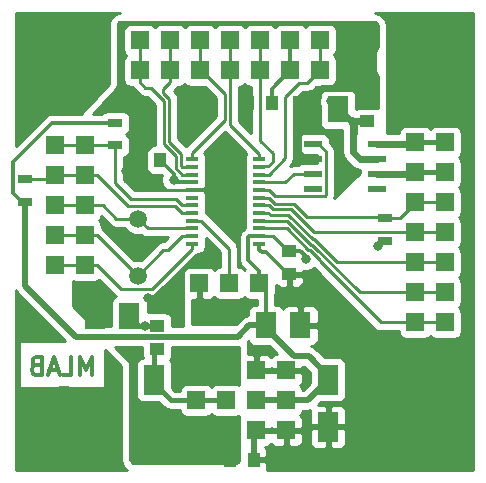
<source format=gbr>
G04 #@! TF.FileFunction,Copper,L2,Bot,Signal*
%FSLAX46Y46*%
G04 Gerber Fmt 4.6, Leading zero omitted, Abs format (unit mm)*
G04 Created by KiCad (PCBNEW (2015-05-13 BZR 5653)-product) date 7. 1. 2016 10:50:59*
%MOMM*%
G01*
G04 APERTURE LIST*
%ADD10C,0.150000*%
%ADD11C,0.300000*%
%ADD12R,1.524000X1.524000*%
%ADD13R,1.800000X2.230000*%
%ADD14R,1.250000X1.000000*%
%ADD15R,1.000000X1.250000*%
%ADD16R,1.800860X2.499360*%
%ADD17C,6.000000*%
%ADD18R,1.300000X0.700000*%
%ADD19R,1.550000X0.600000*%
%ADD20R,1.100000X0.400000*%
%ADD21C,1.501140*%
%ADD22C,0.800000*%
%ADD23C,0.500000*%
%ADD24C,0.250000*%
%ADD25C,0.400000*%
%ADD26C,0.600000*%
%ADD27C,0.254000*%
G04 APERTURE END LIST*
D10*
D11*
X127404500Y-105961571D02*
X127404500Y-104461571D01*
X126904500Y-105533000D01*
X126404500Y-104461571D01*
X126404500Y-105961571D01*
X124975928Y-105961571D02*
X125690214Y-105961571D01*
X125690214Y-104461571D01*
X124547357Y-105533000D02*
X123833071Y-105533000D01*
X124690214Y-105961571D02*
X124190214Y-104461571D01*
X123690214Y-105961571D01*
X122690214Y-105175857D02*
X122475928Y-105247286D01*
X122404500Y-105318714D01*
X122333071Y-105461571D01*
X122333071Y-105675857D01*
X122404500Y-105818714D01*
X122475928Y-105890143D01*
X122618786Y-105961571D01*
X123190214Y-105961571D01*
X123190214Y-104461571D01*
X122690214Y-104461571D01*
X122547357Y-104533000D01*
X122475928Y-104604429D01*
X122404500Y-104747286D01*
X122404500Y-104890143D01*
X122475928Y-105033000D01*
X122547357Y-105104429D01*
X122690214Y-105175857D01*
X123190214Y-105175857D01*
D12*
X134033500Y-80202000D03*
X134033500Y-77662000D03*
D13*
X145082000Y-101792000D03*
X142162000Y-101792000D03*
D14*
X144130000Y-95458000D03*
X144130000Y-97458000D03*
X150734000Y-84504000D03*
X150734000Y-82504000D03*
D15*
X133192000Y-87822000D03*
X131192000Y-87822000D03*
D16*
X147432000Y-106397020D03*
X147432000Y-110394980D03*
X132700000Y-106397020D03*
X132700000Y-110394980D03*
D12*
X143876000Y-110682000D03*
X141336000Y-110682000D03*
X143876000Y-108142000D03*
X141336000Y-108142000D03*
X143876000Y-105602000D03*
X141336000Y-105602000D03*
X157338000Y-88838000D03*
X154798000Y-88838000D03*
X157338000Y-86298000D03*
X154798000Y-86298000D03*
X131493500Y-80202000D03*
X131493500Y-77662000D03*
X136573500Y-80202000D03*
X136573500Y-77662000D03*
X139113500Y-77662000D03*
X139113500Y-80202000D03*
X146748500Y-77660500D03*
X146748500Y-80200500D03*
X141653500Y-77662000D03*
X141653500Y-80202000D03*
X136510000Y-98236000D03*
X139050000Y-98236000D03*
X141590000Y-98236000D03*
X126858000Y-86552000D03*
X124318000Y-86552000D03*
X126858000Y-89092000D03*
X124318000Y-89092000D03*
X157338000Y-96458000D03*
X154798000Y-96458000D03*
X157338000Y-93918000D03*
X154798000Y-93918000D03*
X126858000Y-96712000D03*
X124318000Y-96712000D03*
X157338000Y-101538000D03*
X154798000Y-101538000D03*
X157338000Y-98998000D03*
X154798000Y-98998000D03*
X157338000Y-91378000D03*
X154798000Y-91378000D03*
X136256000Y-105602000D03*
X138796000Y-105602000D03*
X136256000Y-108142000D03*
X138796000Y-108142000D03*
X136256000Y-110682000D03*
X138796000Y-110682000D03*
X126858000Y-94172000D03*
X124318000Y-94172000D03*
X126858000Y-91632000D03*
X124318000Y-91632000D03*
D15*
X139144500Y-113157000D03*
X141144500Y-113157000D03*
D14*
X132954000Y-101808000D03*
X132954000Y-103808000D03*
D17*
X155560000Y-79440000D03*
X155560000Y-109920000D03*
X125080000Y-79440000D03*
X125080000Y-109920000D03*
D18*
X129398000Y-84652000D03*
X129398000Y-86552000D03*
X121778000Y-91312000D03*
X121778000Y-89412000D03*
X152258000Y-94614000D03*
X152258000Y-92714000D03*
D19*
X146129000Y-90235000D03*
X146129000Y-88965000D03*
X146129000Y-87695000D03*
X146129000Y-86425000D03*
X151529000Y-86425000D03*
X151529000Y-87695000D03*
X151529000Y-88965000D03*
X151529000Y-90235000D03*
D20*
X135885001Y-94881534D03*
X135885001Y-94231534D03*
X135885001Y-93581534D03*
X135885001Y-92931534D03*
X135885001Y-92281534D03*
X135885001Y-91631534D03*
X135885001Y-90981534D03*
X135885001Y-90331534D03*
X135885001Y-89681534D03*
X135885001Y-89031534D03*
X135885001Y-88381534D03*
X135885001Y-87731534D03*
X141585001Y-87731534D03*
X141585001Y-88381534D03*
X141585001Y-89031534D03*
X141585001Y-89681534D03*
X141585001Y-90331534D03*
X141585001Y-90981534D03*
X141585001Y-91631534D03*
X141585001Y-92281534D03*
X141585001Y-92931534D03*
X141585001Y-93581534D03*
X141585001Y-94231534D03*
X141585001Y-94881534D03*
D21*
X131303000Y-92747060D03*
X131303000Y-97628940D03*
D13*
X145337000Y-83504000D03*
X148257000Y-83504000D03*
X127684000Y-101030000D03*
X130604000Y-101030000D03*
D15*
X142668500Y-82931000D03*
X140668500Y-82931000D03*
D12*
X144208500Y-80200500D03*
X144208500Y-77660500D03*
X149288500Y-80200500D03*
X149288500Y-77660500D03*
D22*
X122047000Y-101282500D03*
X151623000Y-95061000D03*
X145542000Y-96139000D03*
X131886691Y-101808000D03*
X134351000Y-89472972D03*
X149542502Y-84582000D03*
X147701000Y-82804000D03*
X138033998Y-89600000D03*
X145337000Y-83504000D03*
X138669000Y-86298000D03*
X139431000Y-93029000D03*
X140447000Y-82869000D03*
X150431500Y-82550000D03*
X130287000Y-88711000D03*
X132700000Y-110394980D03*
X127684000Y-101030000D03*
X128333500Y-98933000D03*
X130873500Y-104219500D03*
X130937000Y-94996000D03*
X132207000Y-99504500D03*
X132334000Y-89789000D03*
X135826500Y-82931000D03*
X137731500Y-95885000D03*
D11*
X141585001Y-94881534D02*
X141585001Y-95381534D01*
X142166228Y-95619228D02*
X141822695Y-95619228D01*
X144005000Y-97458000D02*
X142166228Y-95619228D01*
X144130000Y-97458000D02*
X144005000Y-97458000D01*
X141585001Y-95381534D02*
X141822695Y-95619228D01*
D23*
X141144500Y-110873500D02*
X141336000Y-110682000D01*
X141144500Y-113157000D02*
X141144500Y-110873500D01*
D24*
X141590000Y-98236000D02*
X141590000Y-97224000D01*
D11*
X142162000Y-98808000D02*
X141590000Y-98236000D01*
X142162000Y-101792000D02*
X142162000Y-98808000D01*
D24*
X142385001Y-94231534D02*
X141585001Y-94231534D01*
X144005000Y-95458000D02*
X142778534Y-94231534D01*
X144130000Y-95458000D02*
X144005000Y-95458000D01*
X142778534Y-94231534D02*
X142385001Y-94231534D01*
D11*
X121478000Y-91312000D02*
X121778000Y-91312000D01*
X120777999Y-90611999D02*
X121478000Y-91312000D01*
X120777999Y-87937999D02*
X120777999Y-90611999D01*
X124063998Y-84652000D02*
X120777999Y-87937999D01*
X129398000Y-84652000D02*
X124063998Y-84652000D01*
X141590000Y-97174000D02*
X141590000Y-98236000D01*
X140685000Y-96269000D02*
X141590000Y-97174000D01*
X140685000Y-94281535D02*
X140685000Y-96269000D01*
X140735001Y-94231534D02*
X140685000Y-94281535D01*
X141585001Y-94231534D02*
X140735001Y-94231534D01*
D23*
X141336000Y-108142000D02*
X143876000Y-108142000D01*
X145687020Y-108142000D02*
X147432000Y-106397020D01*
X143876000Y-108142000D02*
X145687020Y-108142000D01*
X142162000Y-102007000D02*
X142162000Y-101792000D01*
X144544999Y-104389999D02*
X142162000Y-102007000D01*
X145774229Y-104389999D02*
X144544999Y-104389999D01*
X147432000Y-106047770D02*
X145774229Y-104389999D01*
X147432000Y-106397020D02*
X147432000Y-106047770D01*
X121778000Y-98490000D02*
X121778000Y-92162000D01*
X126046001Y-102758001D02*
X121778000Y-98490000D01*
X121778000Y-92162000D02*
X121778000Y-91312000D01*
X139795999Y-102758001D02*
X126046001Y-102758001D01*
X140762000Y-101792000D02*
X139795999Y-102758001D01*
X142162000Y-101792000D02*
X140762000Y-101792000D01*
D11*
X151811000Y-95061000D02*
X152258000Y-94614000D01*
X151623000Y-95061000D02*
X151811000Y-95061000D01*
X144130000Y-95458000D02*
X145055000Y-95458000D01*
X145542000Y-95945000D02*
X145542000Y-96139000D01*
X145055000Y-95458000D02*
X145542000Y-95945000D01*
D24*
X133192000Y-87947000D02*
X133192000Y-87822000D01*
X135885001Y-89681534D02*
X134926534Y-89681534D01*
D25*
X131382000Y-101808000D02*
X130604000Y-101030000D01*
X132954000Y-101808000D02*
X131886691Y-101808000D01*
X131886691Y-101808000D02*
X131382000Y-101808000D01*
D11*
X134351000Y-88981000D02*
X133192000Y-87822000D01*
X134351000Y-89472972D02*
X134351000Y-88981000D01*
X134559562Y-89681534D02*
X135885001Y-89681534D01*
X134351000Y-89472972D02*
X134559562Y-89681534D01*
D26*
X150609000Y-84504000D02*
X150734000Y-84504000D01*
D11*
X142668500Y-81740500D02*
X144208500Y-80200500D01*
X142668500Y-82931000D02*
X142668500Y-81740500D01*
X144208500Y-80200500D02*
X144208500Y-77660500D01*
D26*
X149542502Y-85147685D02*
X149542502Y-84582000D01*
X150154000Y-87695000D02*
X149542502Y-87083502D01*
X151529000Y-87695000D02*
X150154000Y-87695000D01*
X149542502Y-87083502D02*
X149542502Y-85147685D01*
X148672499Y-83838999D02*
X148354999Y-83521499D01*
X148257000Y-83719000D02*
X148354999Y-83621001D01*
X149591000Y-84757500D02*
X148672499Y-83838999D01*
X148354999Y-83621001D02*
X148354999Y-83521499D01*
X150734000Y-84504000D02*
X149337500Y-84504000D01*
X149591000Y-85536000D02*
X149591000Y-84757500D01*
X149337500Y-84504000D02*
X148672499Y-83838999D01*
X148354999Y-83457999D02*
X148100999Y-83203999D01*
X148354999Y-83521499D02*
X148354999Y-83457999D01*
X148100999Y-83203999D02*
X147701000Y-82804000D01*
D11*
X137633999Y-89999999D02*
X138033998Y-89600000D01*
X135885001Y-90331534D02*
X137302464Y-90331534D01*
X137302464Y-90331534D02*
X137633999Y-89999999D01*
D26*
X145423998Y-87695000D02*
X146129000Y-87695000D01*
X144853999Y-87125001D02*
X145423998Y-87695000D01*
X144853999Y-85702001D02*
X144853999Y-87125001D01*
X145337000Y-85219000D02*
X144853999Y-85702001D01*
X145337000Y-83504000D02*
X145337000Y-85219000D01*
D11*
X138033998Y-86933002D02*
X138669000Y-86298000D01*
X138033998Y-89600000D02*
X138033998Y-86933002D01*
X138033998Y-89600000D02*
X138033998Y-91631998D01*
X138033998Y-91631998D02*
X139031001Y-92629001D01*
X139031001Y-92629001D02*
X139431000Y-93029000D01*
D26*
X150734000Y-82504000D02*
X150477500Y-82504000D01*
X150477500Y-82504000D02*
X150431500Y-82550000D01*
X130287000Y-88711000D02*
X131176000Y-88711000D01*
X131176000Y-87838000D02*
X131192000Y-87822000D01*
X131176000Y-88711000D02*
X131176000Y-87838000D01*
D23*
X127684000Y-101030000D02*
X127684000Y-99415000D01*
X127684000Y-99415000D02*
X128166000Y-98933000D01*
X128166000Y-98933000D02*
X128333500Y-98933000D01*
X138796000Y-112808500D02*
X139144500Y-113157000D01*
X138796000Y-110682000D02*
X138796000Y-112808500D01*
D26*
X131176000Y-89838000D02*
X131192000Y-89854000D01*
X131176000Y-88711000D02*
X131176000Y-89838000D01*
D23*
X130873500Y-108219230D02*
X130873500Y-104219500D01*
X132700000Y-110045730D02*
X130873500Y-108219230D01*
X132700000Y-110394980D02*
X132700000Y-110045730D01*
X130937000Y-94996000D02*
X130937000Y-95377000D01*
D24*
X135885001Y-90331534D02*
X132876534Y-90331534D01*
X132876534Y-90331534D02*
X132733999Y-90188999D01*
X132733999Y-90188999D02*
X132334000Y-89789000D01*
D26*
X149594998Y-81713498D02*
X150031501Y-82150001D01*
X150031501Y-82150001D02*
X150431500Y-82550000D01*
X146912502Y-81713498D02*
X149594998Y-81713498D01*
X145337000Y-83289000D02*
X146912502Y-81713498D01*
X145337000Y-83504000D02*
X145337000Y-83289000D01*
D23*
X132772685Y-99504500D02*
X136392185Y-95885000D01*
X132207000Y-99504500D02*
X132772685Y-99504500D01*
X136392185Y-95885000D02*
X137165815Y-95885000D01*
X137165815Y-95885000D02*
X137731500Y-95885000D01*
D25*
X154798000Y-88838000D02*
X157338000Y-88838000D01*
D26*
X154671000Y-88965000D02*
X154798000Y-88838000D01*
X151529000Y-88965000D02*
X154671000Y-88965000D01*
D25*
X154798000Y-86298000D02*
X157338000Y-86298000D01*
D26*
X154671000Y-86425000D02*
X154798000Y-86298000D01*
X151529000Y-86425000D02*
X154671000Y-86425000D01*
D24*
X131493500Y-79190000D02*
X131493500Y-77662000D01*
X131493500Y-80202000D02*
X131493500Y-79190000D01*
X135085001Y-89031534D02*
X135885001Y-89031534D01*
X134559991Y-87479989D02*
X134559991Y-88506524D01*
X134559991Y-88506524D02*
X135085001Y-89031534D01*
X133540500Y-86460498D02*
X134559991Y-87479989D01*
X133540500Y-82804000D02*
X133540500Y-86460498D01*
X132397500Y-81661000D02*
X133540500Y-82804000D01*
X131940500Y-81661000D02*
X132397500Y-81661000D01*
X131493500Y-81214000D02*
X131940500Y-81661000D01*
X131493500Y-80202000D02*
X131493500Y-81214000D01*
X135085001Y-88381534D02*
X135885001Y-88381534D01*
X135010000Y-88306533D02*
X135085001Y-88381534D01*
X135010000Y-87293588D02*
X135010000Y-88306533D01*
X133990510Y-86274098D02*
X135010000Y-87293588D01*
X133990510Y-82617600D02*
X133990510Y-86274098D01*
X133477000Y-82104090D02*
X133990510Y-82617600D01*
X133477000Y-81770500D02*
X133477000Y-82104090D01*
X134033500Y-81214000D02*
X133477000Y-81770500D01*
X134033500Y-80202000D02*
X134033500Y-81214000D01*
X134033500Y-79190000D02*
X134033500Y-77662000D01*
X134033500Y-80202000D02*
X134033500Y-79190000D01*
X136827500Y-80456000D02*
X136573500Y-80202000D01*
X136573500Y-80202000D02*
X136573500Y-80249000D01*
X135885001Y-87176999D02*
X135885001Y-87731534D01*
X138669000Y-84393000D02*
X135885001Y-87176999D01*
X136653500Y-80202000D02*
X138669000Y-82217500D01*
X138669000Y-82217500D02*
X138669000Y-84393000D01*
X136573500Y-80202000D02*
X136653500Y-80202000D01*
X136573500Y-80202000D02*
X136573500Y-77662000D01*
X141585001Y-87281534D02*
X141585001Y-87731534D01*
X139128500Y-84825033D02*
X141585001Y-87281534D01*
X139128500Y-81229000D02*
X139128500Y-84825033D01*
X139113500Y-81214000D02*
X139128500Y-81229000D01*
X139113500Y-80202000D02*
X139113500Y-81214000D01*
X139113500Y-79190000D02*
X139113500Y-77662000D01*
X139113500Y-80202000D02*
X139113500Y-79190000D01*
X145661499Y-81287501D02*
X146748500Y-80200500D01*
X143764000Y-82476998D02*
X144953497Y-81287501D01*
X143764000Y-87652535D02*
X143764000Y-82476998D01*
X142385001Y-89031534D02*
X143764000Y-87652535D01*
X144953497Y-81287501D02*
X145661499Y-81287501D01*
X141585001Y-89031534D02*
X142385001Y-89031534D01*
X146748500Y-79188500D02*
X146748500Y-77660500D01*
X146748500Y-80200500D02*
X146748500Y-79188500D01*
X141160011Y-88381534D02*
X141160011Y-88306544D01*
X141585001Y-88381534D02*
X141160011Y-88381534D01*
X142344993Y-88306544D02*
X142733000Y-87918537D01*
X141160011Y-88306544D02*
X142344993Y-88306544D01*
X141653500Y-78674000D02*
X141653500Y-80202000D01*
X141653500Y-77662000D02*
X141653500Y-78674000D01*
X141653500Y-80202000D02*
X141653500Y-86154500D01*
X142733000Y-87234000D02*
X142733000Y-87918537D01*
X141653500Y-86154500D02*
X142733000Y-87234000D01*
X139050000Y-97224000D02*
X139050000Y-98236000D01*
X139050000Y-95296533D02*
X139050000Y-97224000D01*
X136685001Y-92931534D02*
X139050000Y-95296533D01*
X135885001Y-92931534D02*
X136685001Y-92931534D01*
X128498000Y-86552000D02*
X126858000Y-86552000D01*
X129398000Y-86552000D02*
X128498000Y-86552000D01*
X126858000Y-86552000D02*
X124318000Y-86552000D01*
X129398000Y-87152000D02*
X129398000Y-86552000D01*
X129398000Y-89770002D02*
X129398000Y-87152000D01*
X134577467Y-91124000D02*
X130751998Y-91124000D01*
X135085001Y-91631534D02*
X134577467Y-91124000D01*
X130751998Y-91124000D02*
X129398000Y-89770002D01*
X135885001Y-91631534D02*
X135085001Y-91631534D01*
X135085001Y-92281534D02*
X135885001Y-92281534D01*
X130449489Y-91671489D02*
X134474956Y-91671489D01*
X127870000Y-89092000D02*
X130449489Y-91671489D01*
X134474956Y-91671489D02*
X135085001Y-92281534D01*
X126858000Y-89092000D02*
X127870000Y-89092000D01*
X123998000Y-89412000D02*
X124318000Y-89092000D01*
X121778000Y-89412000D02*
X123998000Y-89412000D01*
X125330000Y-89092000D02*
X126858000Y-89092000D01*
X124318000Y-89092000D02*
X125330000Y-89092000D01*
X155810000Y-96458000D02*
X157338000Y-96458000D01*
X154798000Y-96458000D02*
X155810000Y-96458000D01*
X142385001Y-92281534D02*
X142508489Y-92405022D01*
X148206824Y-96458000D02*
X153786000Y-96458000D01*
X144059846Y-92405022D02*
X146168801Y-94513977D01*
X146262801Y-94513977D02*
X148206824Y-96458000D01*
X142508489Y-92405022D02*
X144059846Y-92405022D01*
X141585001Y-92281534D02*
X142385001Y-92281534D01*
X146168801Y-94513977D02*
X146262801Y-94513977D01*
X153786000Y-96458000D02*
X154798000Y-96458000D01*
X157338000Y-93918000D02*
X154798000Y-93918000D01*
X153756999Y-93888999D02*
X153786000Y-93918000D01*
X153786000Y-93918000D02*
X154798000Y-93918000D01*
X142398590Y-91631534D02*
X142722067Y-91955011D01*
X141585001Y-91631534D02*
X142398590Y-91631534D01*
X142722067Y-91955011D02*
X144269007Y-91955011D01*
X146231996Y-93918000D02*
X151880998Y-93918000D01*
X144269007Y-91955011D02*
X146231996Y-93918000D01*
X151880998Y-93918000D02*
X151909999Y-93888999D01*
X151909999Y-93888999D02*
X153756999Y-93888999D01*
X135885001Y-95331534D02*
X135885001Y-94881534D01*
X129862511Y-98704511D02*
X132512024Y-98704511D01*
X132512024Y-98704511D02*
X135885001Y-95331534D01*
X127870000Y-96712000D02*
X129862511Y-98704511D01*
X126858000Y-96712000D02*
X127870000Y-96712000D01*
X126858000Y-96712000D02*
X124318000Y-96712000D01*
X155810000Y-101538000D02*
X157338000Y-101538000D01*
X154798000Y-101538000D02*
X155810000Y-101538000D01*
X143919123Y-93581534D02*
X145751588Y-95413999D01*
X151875589Y-101538000D02*
X153786000Y-101538000D01*
X146711501Y-96235499D02*
X146711501Y-96373912D01*
X146711501Y-96373912D02*
X151875589Y-101538000D01*
X145890001Y-95413999D02*
X146711501Y-96235499D01*
X153786000Y-101538000D02*
X154798000Y-101538000D01*
X141585001Y-93581534D02*
X143919123Y-93581534D01*
X145751588Y-95413999D02*
X145890001Y-95413999D01*
X157338000Y-98998000D02*
X154798000Y-98998000D01*
X145937988Y-94963988D02*
X143905534Y-92931534D01*
X154798000Y-98998000D02*
X150110413Y-98998000D01*
X143905534Y-92931534D02*
X142385001Y-92931534D01*
X150110413Y-98998000D02*
X146076401Y-94963988D01*
X146076401Y-94963988D02*
X145937988Y-94963988D01*
X142385001Y-92931534D02*
X141585001Y-92931534D01*
X155810000Y-91378000D02*
X157338000Y-91378000D01*
X154798000Y-91378000D02*
X155810000Y-91378000D01*
X142385001Y-90981534D02*
X141585001Y-90981534D01*
X142908467Y-91505000D02*
X142385001Y-90981534D01*
X144511000Y-91505000D02*
X142908467Y-91505000D01*
X145654000Y-92648000D02*
X144511000Y-91505000D01*
X152512000Y-92648000D02*
X145654000Y-92648000D01*
X154798000Y-91378000D02*
X154798000Y-91391500D01*
X153475500Y-92714000D02*
X152258000Y-92714000D01*
X154798000Y-91391500D02*
X153475500Y-92714000D01*
X135885001Y-94231534D02*
X135085001Y-94231534D01*
X135085001Y-94231534D02*
X133874535Y-95442000D01*
X133489940Y-95442000D02*
X131303000Y-97628940D01*
X133874535Y-95442000D02*
X133489940Y-95442000D01*
X127846060Y-94172000D02*
X126858000Y-94172000D01*
X131303000Y-97628940D02*
X127846060Y-94172000D01*
X125330000Y-94172000D02*
X126858000Y-94172000D01*
X124318000Y-94172000D02*
X125330000Y-94172000D01*
X132137474Y-93581534D02*
X131303000Y-92747060D01*
X135885001Y-93581534D02*
X132137474Y-93581534D01*
X131303000Y-92747060D02*
X129497060Y-92747060D01*
X128382000Y-91632000D02*
X126858000Y-91632000D01*
X129497060Y-92747060D02*
X128382000Y-91632000D01*
X125846000Y-91632000D02*
X124318000Y-91632000D01*
X126858000Y-91632000D02*
X125846000Y-91632000D01*
X143794466Y-89681534D02*
X141585001Y-89681534D01*
X144511000Y-88965000D02*
X146129000Y-88965000D01*
X143794466Y-89681534D02*
X144511000Y-88965000D01*
X142385001Y-90331534D02*
X142913468Y-90860001D01*
X141585001Y-90331534D02*
X142385001Y-90331534D01*
X146604000Y-86425000D02*
X146129000Y-86425000D01*
X147229001Y-87050001D02*
X146604000Y-86425000D01*
X147229001Y-90795001D02*
X147229001Y-87050001D01*
X147164001Y-90860001D02*
X147229001Y-90795001D01*
X142913468Y-90860001D02*
X147164001Y-90860001D01*
D25*
X138796000Y-108142000D02*
X136256000Y-108142000D01*
X132700000Y-106746270D02*
X132700000Y-106397020D01*
X134095730Y-108142000D02*
X132700000Y-106746270D01*
X136256000Y-108142000D02*
X134095730Y-108142000D01*
X132700000Y-104062000D02*
X132954000Y-103808000D01*
X132700000Y-106397020D02*
X132700000Y-104062000D01*
D27*
G36*
X129799885Y-75324000D02*
X129623017Y-75351912D01*
X129304148Y-75514239D01*
X129051094Y-75767210D01*
X128888664Y-76086030D01*
X128840683Y-76389438D01*
X128842347Y-81303916D01*
X128841192Y-81310024D01*
X128837882Y-81315287D01*
X126467026Y-83867000D01*
X124063998Y-83867000D01*
X123763591Y-83926755D01*
X123508919Y-84096921D01*
X120964000Y-86641840D01*
X120964000Y-75324000D01*
X129799885Y-75324000D01*
X129799885Y-75324000D01*
G37*
X129799885Y-75324000D02*
X129623017Y-75351912D01*
X129304148Y-75514239D01*
X129051094Y-75767210D01*
X128888664Y-76086030D01*
X128840683Y-76389438D01*
X128842347Y-81303916D01*
X128841192Y-81310024D01*
X128837882Y-81315287D01*
X126467026Y-83867000D01*
X124063998Y-83867000D01*
X123763591Y-83926755D01*
X123508919Y-84096921D01*
X120964000Y-86641840D01*
X120964000Y-75324000D01*
X129799885Y-75324000D01*
G36*
X130428924Y-114036000D02*
X120964000Y-114036000D01*
X120964000Y-98834112D01*
X121152210Y-99115790D01*
X125184420Y-103148000D01*
X121262357Y-103148000D01*
X121262357Y-107118000D01*
X128546643Y-107118000D01*
X128546643Y-103894773D01*
X129921000Y-105233433D01*
X129921000Y-113164042D01*
X129995903Y-113540608D01*
X130244638Y-113912862D01*
X130428924Y-114036000D01*
X130428924Y-114036000D01*
G37*
X130428924Y-114036000D02*
X120964000Y-114036000D01*
X120964000Y-98834112D01*
X121152210Y-99115790D01*
X125184420Y-103148000D01*
X121262357Y-103148000D01*
X121262357Y-107118000D01*
X128546643Y-107118000D01*
X128546643Y-103894773D01*
X129921000Y-105233433D01*
X129921000Y-113164042D01*
X129995903Y-113540608D01*
X130244638Y-113912862D01*
X130428924Y-114036000D01*
G36*
X141377000Y-100029560D02*
X141262000Y-100029560D01*
X141019877Y-100076537D01*
X140807073Y-100216327D01*
X140664623Y-100427360D01*
X140614560Y-100677000D01*
X140614560Y-100936327D01*
X140479515Y-100963189D01*
X140423325Y-100974367D01*
X140136210Y-101166210D01*
X140136207Y-101166213D01*
X139629151Y-101673268D01*
X139580042Y-101663500D01*
X135890000Y-101663500D01*
X135890000Y-99633000D01*
X136224250Y-99633000D01*
X136383000Y-99474250D01*
X136383000Y-98363000D01*
X136363000Y-98363000D01*
X136363000Y-98109000D01*
X136383000Y-98109000D01*
X136383000Y-98089000D01*
X136637000Y-98089000D01*
X136637000Y-98109000D01*
X136657000Y-98109000D01*
X136657000Y-98363000D01*
X136637000Y-98363000D01*
X136637000Y-99474250D01*
X136795750Y-99633000D01*
X137145691Y-99633000D01*
X137398310Y-99633000D01*
X137631699Y-99536327D01*
X137782832Y-99385192D01*
X137827327Y-99452927D01*
X138038360Y-99595377D01*
X138288000Y-99645440D01*
X139812000Y-99645440D01*
X140054123Y-99598463D01*
X140266927Y-99458673D01*
X140319722Y-99380458D01*
X140367327Y-99452927D01*
X140578360Y-99595377D01*
X140828000Y-99645440D01*
X141377000Y-99645440D01*
X141377000Y-100029560D01*
X141377000Y-100029560D01*
G37*
X141377000Y-100029560D02*
X141262000Y-100029560D01*
X141019877Y-100076537D01*
X140807073Y-100216327D01*
X140664623Y-100427360D01*
X140614560Y-100677000D01*
X140614560Y-100936327D01*
X140479515Y-100963189D01*
X140423325Y-100974367D01*
X140136210Y-101166210D01*
X140136207Y-101166213D01*
X139629151Y-101673268D01*
X139580042Y-101663500D01*
X135890000Y-101663500D01*
X135890000Y-99633000D01*
X136224250Y-99633000D01*
X136383000Y-99474250D01*
X136383000Y-98363000D01*
X136363000Y-98363000D01*
X136363000Y-98109000D01*
X136383000Y-98109000D01*
X136383000Y-98089000D01*
X136637000Y-98089000D01*
X136637000Y-98109000D01*
X136657000Y-98109000D01*
X136657000Y-98363000D01*
X136637000Y-98363000D01*
X136637000Y-99474250D01*
X136795750Y-99633000D01*
X137145691Y-99633000D01*
X137398310Y-99633000D01*
X137631699Y-99536327D01*
X137782832Y-99385192D01*
X137827327Y-99452927D01*
X138038360Y-99595377D01*
X138288000Y-99645440D01*
X139812000Y-99645440D01*
X140054123Y-99598463D01*
X140266927Y-99458673D01*
X140319722Y-99380458D01*
X140367327Y-99452927D01*
X140578360Y-99595377D01*
X140828000Y-99645440D01*
X141377000Y-99645440D01*
X141377000Y-100029560D01*
G36*
X145884130Y-106693310D02*
X145320440Y-107257000D01*
X145261575Y-107257000D01*
X145238463Y-107137877D01*
X145098673Y-106925073D01*
X145024810Y-106875214D01*
X145176327Y-106723699D01*
X145273000Y-106490310D01*
X145273000Y-106237691D01*
X145273000Y-105887750D01*
X145114250Y-105729000D01*
X144003000Y-105729000D01*
X144003000Y-105749000D01*
X143749000Y-105749000D01*
X143749000Y-105729000D01*
X142637750Y-105729000D01*
X142606000Y-105760750D01*
X142574250Y-105729000D01*
X141463000Y-105729000D01*
X141463000Y-105749000D01*
X141209000Y-105749000D01*
X141209000Y-105729000D01*
X141189000Y-105729000D01*
X141189000Y-105475000D01*
X141209000Y-105475000D01*
X141209000Y-104363750D01*
X141050250Y-104205000D01*
X140652500Y-104205000D01*
X140652500Y-103153079D01*
X140660711Y-103144868D01*
X140661537Y-103149123D01*
X140801327Y-103361927D01*
X141012360Y-103504377D01*
X141262000Y-103554440D01*
X142457860Y-103554440D01*
X143108420Y-104205000D01*
X142987691Y-104205000D01*
X142754302Y-104301673D01*
X142606000Y-104449974D01*
X142457698Y-104301673D01*
X142224309Y-104205000D01*
X141621750Y-104205000D01*
X141463000Y-104363750D01*
X141463000Y-105475000D01*
X142574250Y-105475000D01*
X142606000Y-105443250D01*
X142637750Y-105475000D01*
X143749000Y-105475000D01*
X143749000Y-105455000D01*
X144003000Y-105455000D01*
X144003000Y-105475000D01*
X145114250Y-105475000D01*
X145273000Y-105316250D01*
X145273000Y-105274999D01*
X145407649Y-105274999D01*
X145884130Y-105751479D01*
X145884130Y-106693310D01*
X145884130Y-106693310D01*
G37*
X145884130Y-106693310D02*
X145320440Y-107257000D01*
X145261575Y-107257000D01*
X145238463Y-107137877D01*
X145098673Y-106925073D01*
X145024810Y-106875214D01*
X145176327Y-106723699D01*
X145273000Y-106490310D01*
X145273000Y-106237691D01*
X145273000Y-105887750D01*
X145114250Y-105729000D01*
X144003000Y-105729000D01*
X144003000Y-105749000D01*
X143749000Y-105749000D01*
X143749000Y-105729000D01*
X142637750Y-105729000D01*
X142606000Y-105760750D01*
X142574250Y-105729000D01*
X141463000Y-105729000D01*
X141463000Y-105749000D01*
X141209000Y-105749000D01*
X141209000Y-105729000D01*
X141189000Y-105729000D01*
X141189000Y-105475000D01*
X141209000Y-105475000D01*
X141209000Y-104363750D01*
X141050250Y-104205000D01*
X140652500Y-104205000D01*
X140652500Y-103153079D01*
X140660711Y-103144868D01*
X140661537Y-103149123D01*
X140801327Y-103361927D01*
X141012360Y-103504377D01*
X141262000Y-103554440D01*
X142457860Y-103554440D01*
X143108420Y-104205000D01*
X142987691Y-104205000D01*
X142754302Y-104301673D01*
X142606000Y-104449974D01*
X142457698Y-104301673D01*
X142224309Y-104205000D01*
X141621750Y-104205000D01*
X141463000Y-104363750D01*
X141463000Y-105475000D01*
X142574250Y-105475000D01*
X142606000Y-105443250D01*
X142637750Y-105475000D01*
X143749000Y-105475000D01*
X143749000Y-105455000D01*
X144003000Y-105455000D01*
X144003000Y-105475000D01*
X145114250Y-105475000D01*
X145273000Y-105316250D01*
X145273000Y-105274999D01*
X145407649Y-105274999D01*
X145884130Y-105751479D01*
X145884130Y-106693310D01*
G36*
X159676000Y-114036000D02*
X148967430Y-114036000D01*
X148967430Y-111770969D01*
X148967430Y-110680730D01*
X148967430Y-110109230D01*
X148967430Y-109018991D01*
X148870757Y-108785602D01*
X148692129Y-108606973D01*
X148458740Y-108510300D01*
X148206121Y-108510300D01*
X147717750Y-108510300D01*
X147559000Y-108669050D01*
X147559000Y-110267980D01*
X148808680Y-110267980D01*
X148967430Y-110109230D01*
X148967430Y-110680730D01*
X148808680Y-110521980D01*
X147559000Y-110521980D01*
X147559000Y-112120910D01*
X147717750Y-112279660D01*
X148206121Y-112279660D01*
X148458740Y-112279660D01*
X148692129Y-112182987D01*
X148870757Y-112004358D01*
X148967430Y-111770969D01*
X148967430Y-114036000D01*
X147305000Y-114036000D01*
X147305000Y-112120910D01*
X147305000Y-110521980D01*
X146055320Y-110521980D01*
X145896570Y-110680730D01*
X145896570Y-111770969D01*
X145993243Y-112004358D01*
X146171871Y-112182987D01*
X146405260Y-112279660D01*
X146657879Y-112279660D01*
X147146250Y-112279660D01*
X147305000Y-112120910D01*
X147305000Y-114036000D01*
X145273000Y-114036000D01*
X145273000Y-111570310D01*
X145273000Y-111317691D01*
X145273000Y-110967750D01*
X145114250Y-110809000D01*
X144003000Y-110809000D01*
X144003000Y-111920250D01*
X144161750Y-112079000D01*
X144764309Y-112079000D01*
X144997698Y-111982327D01*
X145176327Y-111803699D01*
X145273000Y-111570310D01*
X145273000Y-114036000D01*
X143749000Y-114036000D01*
X142226609Y-114036000D01*
X142279500Y-113908310D01*
X142279500Y-113655691D01*
X142279500Y-113442750D01*
X142120750Y-113284000D01*
X141271500Y-113284000D01*
X141271500Y-113304000D01*
X141017500Y-113304000D01*
X141017500Y-113284000D01*
X140997500Y-113284000D01*
X140997500Y-113030000D01*
X141017500Y-113030000D01*
X141017500Y-113010000D01*
X141271500Y-113010000D01*
X141271500Y-113030000D01*
X142120750Y-113030000D01*
X142279500Y-112871250D01*
X142279500Y-112658309D01*
X142279500Y-112405690D01*
X142182827Y-112172301D01*
X142089525Y-112079000D01*
X142224309Y-112079000D01*
X142457698Y-111982327D01*
X142606000Y-111834025D01*
X142754302Y-111982327D01*
X142987691Y-112079000D01*
X143590250Y-112079000D01*
X143749000Y-111920250D01*
X143749000Y-110809000D01*
X142637750Y-110809000D01*
X142606000Y-110840750D01*
X142574250Y-110809000D01*
X141463000Y-110809000D01*
X141463000Y-110829000D01*
X141209000Y-110829000D01*
X141209000Y-110809000D01*
X141189000Y-110809000D01*
X141189000Y-110555000D01*
X141209000Y-110555000D01*
X141209000Y-110535000D01*
X141463000Y-110535000D01*
X141463000Y-110555000D01*
X142574250Y-110555000D01*
X142606000Y-110523250D01*
X142637750Y-110555000D01*
X143749000Y-110555000D01*
X143749000Y-110535000D01*
X144003000Y-110535000D01*
X144003000Y-110555000D01*
X145114250Y-110555000D01*
X145273000Y-110396250D01*
X145273000Y-110046309D01*
X145273000Y-109793690D01*
X145176327Y-109560301D01*
X145025192Y-109409167D01*
X145092927Y-109364673D01*
X145235377Y-109153640D01*
X145260773Y-109027000D01*
X145687014Y-109027000D01*
X145687020Y-109027001D01*
X145687020Y-109027000D01*
X145911770Y-108982294D01*
X145896570Y-109018991D01*
X145896570Y-110109230D01*
X146055320Y-110267980D01*
X147305000Y-110267980D01*
X147305000Y-108669050D01*
X147146250Y-108510300D01*
X146657879Y-108510300D01*
X146570299Y-108510300D01*
X146786459Y-108294140D01*
X148332430Y-108294140D01*
X148574553Y-108247163D01*
X148787357Y-108107373D01*
X148929807Y-107896340D01*
X148979870Y-107646700D01*
X148979870Y-105147340D01*
X148932893Y-104905217D01*
X148793103Y-104692413D01*
X148582070Y-104549963D01*
X148332430Y-104499900D01*
X147135709Y-104499900D01*
X146400019Y-103764209D01*
X146112904Y-103572366D01*
X146056713Y-103561188D01*
X145960246Y-103542000D01*
X146108309Y-103542000D01*
X146341698Y-103445327D01*
X146520327Y-103266699D01*
X146617000Y-103033310D01*
X146617000Y-102780691D01*
X146617000Y-102077750D01*
X146617000Y-101506250D01*
X146617000Y-100803309D01*
X146617000Y-100550690D01*
X146520327Y-100317301D01*
X146341698Y-100138673D01*
X146108309Y-100042000D01*
X145390000Y-100042000D01*
X145390000Y-98084309D01*
X145390000Y-97743750D01*
X145231250Y-97585000D01*
X144257000Y-97585000D01*
X144257000Y-98434250D01*
X144415750Y-98593000D01*
X144628691Y-98593000D01*
X144881310Y-98593000D01*
X145114699Y-98496327D01*
X145293327Y-98317698D01*
X145390000Y-98084309D01*
X145390000Y-100042000D01*
X145367750Y-100042000D01*
X145209000Y-100200750D01*
X145209000Y-101665000D01*
X146458250Y-101665000D01*
X146617000Y-101506250D01*
X146617000Y-102077750D01*
X146458250Y-101919000D01*
X145209000Y-101919000D01*
X145209000Y-101939000D01*
X144955000Y-101939000D01*
X144955000Y-101919000D01*
X144935000Y-101919000D01*
X144935000Y-101665000D01*
X144955000Y-101665000D01*
X144955000Y-100200750D01*
X144796250Y-100042000D01*
X144055691Y-100042000D01*
X143822302Y-100138673D01*
X143643673Y-100317301D01*
X143621071Y-100371866D01*
X143522673Y-100222073D01*
X143311640Y-100079623D01*
X143062000Y-100029560D01*
X142947000Y-100029560D01*
X142947000Y-99251161D01*
X142949377Y-99247640D01*
X142999440Y-98998000D01*
X142999440Y-98350465D01*
X143145301Y-98496327D01*
X143378690Y-98593000D01*
X143631309Y-98593000D01*
X143844250Y-98593000D01*
X144003000Y-98434250D01*
X144003000Y-97585000D01*
X143983000Y-97585000D01*
X143983000Y-97331000D01*
X144003000Y-97331000D01*
X144003000Y-97311000D01*
X144257000Y-97311000D01*
X144257000Y-97331000D01*
X145231250Y-97331000D01*
X145388383Y-97173866D01*
X145746971Y-97174179D01*
X146127515Y-97016942D01*
X146203688Y-96940901D01*
X151338188Y-102075401D01*
X151584749Y-102240148D01*
X151584750Y-102240148D01*
X151875589Y-102298000D01*
X153388560Y-102298000D01*
X153388560Y-102300000D01*
X153435537Y-102542123D01*
X153575327Y-102754927D01*
X153786360Y-102897377D01*
X154036000Y-102947440D01*
X155560000Y-102947440D01*
X155802123Y-102900463D01*
X156014927Y-102760673D01*
X156067722Y-102682458D01*
X156115327Y-102754927D01*
X156326360Y-102897377D01*
X156576000Y-102947440D01*
X158100000Y-102947440D01*
X158342123Y-102900463D01*
X158554927Y-102760673D01*
X158697377Y-102549640D01*
X158747440Y-102300000D01*
X158747440Y-100776000D01*
X158700463Y-100533877D01*
X158560673Y-100321073D01*
X158482458Y-100268277D01*
X158554927Y-100220673D01*
X158697377Y-100009640D01*
X158747440Y-99760000D01*
X158747440Y-98236000D01*
X158700463Y-97993877D01*
X158560673Y-97781073D01*
X158482458Y-97728277D01*
X158554927Y-97680673D01*
X158697377Y-97469640D01*
X158747440Y-97220000D01*
X158747440Y-95696000D01*
X158700463Y-95453877D01*
X158560673Y-95241073D01*
X158482458Y-95188277D01*
X158554927Y-95140673D01*
X158697377Y-94929640D01*
X158747440Y-94680000D01*
X158747440Y-93156000D01*
X158700463Y-92913877D01*
X158560673Y-92701073D01*
X158482458Y-92648277D01*
X158554927Y-92600673D01*
X158697377Y-92389640D01*
X158747440Y-92140000D01*
X158747440Y-90616000D01*
X158700463Y-90373877D01*
X158560673Y-90161073D01*
X158482458Y-90108277D01*
X158554927Y-90060673D01*
X158697377Y-89849640D01*
X158747440Y-89600000D01*
X158747440Y-88076000D01*
X158700463Y-87833877D01*
X158560673Y-87621073D01*
X158482458Y-87568277D01*
X158554927Y-87520673D01*
X158697377Y-87309640D01*
X158747440Y-87060000D01*
X158747440Y-85536000D01*
X158700463Y-85293877D01*
X158560673Y-85081073D01*
X158349640Y-84938623D01*
X158100000Y-84888560D01*
X156576000Y-84888560D01*
X156333877Y-84935537D01*
X156121073Y-85075327D01*
X156068277Y-85153541D01*
X156020673Y-85081073D01*
X155809640Y-84938623D01*
X155560000Y-84888560D01*
X154036000Y-84888560D01*
X153793877Y-84935537D01*
X153581073Y-85075327D01*
X153438623Y-85286360D01*
X153397784Y-85490000D01*
X152400000Y-85490000D01*
X152400000Y-76390633D01*
X152325159Y-76014222D01*
X152076624Y-75642064D01*
X151704630Y-75393280D01*
X151357383Y-75324000D01*
X159676000Y-75324000D01*
X159676000Y-114036000D01*
X159676000Y-114036000D01*
G37*
X159676000Y-114036000D02*
X148967430Y-114036000D01*
X148967430Y-111770969D01*
X148967430Y-110680730D01*
X148967430Y-110109230D01*
X148967430Y-109018991D01*
X148870757Y-108785602D01*
X148692129Y-108606973D01*
X148458740Y-108510300D01*
X148206121Y-108510300D01*
X147717750Y-108510300D01*
X147559000Y-108669050D01*
X147559000Y-110267980D01*
X148808680Y-110267980D01*
X148967430Y-110109230D01*
X148967430Y-110680730D01*
X148808680Y-110521980D01*
X147559000Y-110521980D01*
X147559000Y-112120910D01*
X147717750Y-112279660D01*
X148206121Y-112279660D01*
X148458740Y-112279660D01*
X148692129Y-112182987D01*
X148870757Y-112004358D01*
X148967430Y-111770969D01*
X148967430Y-114036000D01*
X147305000Y-114036000D01*
X147305000Y-112120910D01*
X147305000Y-110521980D01*
X146055320Y-110521980D01*
X145896570Y-110680730D01*
X145896570Y-111770969D01*
X145993243Y-112004358D01*
X146171871Y-112182987D01*
X146405260Y-112279660D01*
X146657879Y-112279660D01*
X147146250Y-112279660D01*
X147305000Y-112120910D01*
X147305000Y-114036000D01*
X145273000Y-114036000D01*
X145273000Y-111570310D01*
X145273000Y-111317691D01*
X145273000Y-110967750D01*
X145114250Y-110809000D01*
X144003000Y-110809000D01*
X144003000Y-111920250D01*
X144161750Y-112079000D01*
X144764309Y-112079000D01*
X144997698Y-111982327D01*
X145176327Y-111803699D01*
X145273000Y-111570310D01*
X145273000Y-114036000D01*
X143749000Y-114036000D01*
X142226609Y-114036000D01*
X142279500Y-113908310D01*
X142279500Y-113655691D01*
X142279500Y-113442750D01*
X142120750Y-113284000D01*
X141271500Y-113284000D01*
X141271500Y-113304000D01*
X141017500Y-113304000D01*
X141017500Y-113284000D01*
X140997500Y-113284000D01*
X140997500Y-113030000D01*
X141017500Y-113030000D01*
X141017500Y-113010000D01*
X141271500Y-113010000D01*
X141271500Y-113030000D01*
X142120750Y-113030000D01*
X142279500Y-112871250D01*
X142279500Y-112658309D01*
X142279500Y-112405690D01*
X142182827Y-112172301D01*
X142089525Y-112079000D01*
X142224309Y-112079000D01*
X142457698Y-111982327D01*
X142606000Y-111834025D01*
X142754302Y-111982327D01*
X142987691Y-112079000D01*
X143590250Y-112079000D01*
X143749000Y-111920250D01*
X143749000Y-110809000D01*
X142637750Y-110809000D01*
X142606000Y-110840750D01*
X142574250Y-110809000D01*
X141463000Y-110809000D01*
X141463000Y-110829000D01*
X141209000Y-110829000D01*
X141209000Y-110809000D01*
X141189000Y-110809000D01*
X141189000Y-110555000D01*
X141209000Y-110555000D01*
X141209000Y-110535000D01*
X141463000Y-110535000D01*
X141463000Y-110555000D01*
X142574250Y-110555000D01*
X142606000Y-110523250D01*
X142637750Y-110555000D01*
X143749000Y-110555000D01*
X143749000Y-110535000D01*
X144003000Y-110535000D01*
X144003000Y-110555000D01*
X145114250Y-110555000D01*
X145273000Y-110396250D01*
X145273000Y-110046309D01*
X145273000Y-109793690D01*
X145176327Y-109560301D01*
X145025192Y-109409167D01*
X145092927Y-109364673D01*
X145235377Y-109153640D01*
X145260773Y-109027000D01*
X145687014Y-109027000D01*
X145687020Y-109027001D01*
X145687020Y-109027000D01*
X145911770Y-108982294D01*
X145896570Y-109018991D01*
X145896570Y-110109230D01*
X146055320Y-110267980D01*
X147305000Y-110267980D01*
X147305000Y-108669050D01*
X147146250Y-108510300D01*
X146657879Y-108510300D01*
X146570299Y-108510300D01*
X146786459Y-108294140D01*
X148332430Y-108294140D01*
X148574553Y-108247163D01*
X148787357Y-108107373D01*
X148929807Y-107896340D01*
X148979870Y-107646700D01*
X148979870Y-105147340D01*
X148932893Y-104905217D01*
X148793103Y-104692413D01*
X148582070Y-104549963D01*
X148332430Y-104499900D01*
X147135709Y-104499900D01*
X146400019Y-103764209D01*
X146112904Y-103572366D01*
X146056713Y-103561188D01*
X145960246Y-103542000D01*
X146108309Y-103542000D01*
X146341698Y-103445327D01*
X146520327Y-103266699D01*
X146617000Y-103033310D01*
X146617000Y-102780691D01*
X146617000Y-102077750D01*
X146617000Y-101506250D01*
X146617000Y-100803309D01*
X146617000Y-100550690D01*
X146520327Y-100317301D01*
X146341698Y-100138673D01*
X146108309Y-100042000D01*
X145390000Y-100042000D01*
X145390000Y-98084309D01*
X145390000Y-97743750D01*
X145231250Y-97585000D01*
X144257000Y-97585000D01*
X144257000Y-98434250D01*
X144415750Y-98593000D01*
X144628691Y-98593000D01*
X144881310Y-98593000D01*
X145114699Y-98496327D01*
X145293327Y-98317698D01*
X145390000Y-98084309D01*
X145390000Y-100042000D01*
X145367750Y-100042000D01*
X145209000Y-100200750D01*
X145209000Y-101665000D01*
X146458250Y-101665000D01*
X146617000Y-101506250D01*
X146617000Y-102077750D01*
X146458250Y-101919000D01*
X145209000Y-101919000D01*
X145209000Y-101939000D01*
X144955000Y-101939000D01*
X144955000Y-101919000D01*
X144935000Y-101919000D01*
X144935000Y-101665000D01*
X144955000Y-101665000D01*
X144955000Y-100200750D01*
X144796250Y-100042000D01*
X144055691Y-100042000D01*
X143822302Y-100138673D01*
X143643673Y-100317301D01*
X143621071Y-100371866D01*
X143522673Y-100222073D01*
X143311640Y-100079623D01*
X143062000Y-100029560D01*
X142947000Y-100029560D01*
X142947000Y-99251161D01*
X142949377Y-99247640D01*
X142999440Y-98998000D01*
X142999440Y-98350465D01*
X143145301Y-98496327D01*
X143378690Y-98593000D01*
X143631309Y-98593000D01*
X143844250Y-98593000D01*
X144003000Y-98434250D01*
X144003000Y-97585000D01*
X143983000Y-97585000D01*
X143983000Y-97331000D01*
X144003000Y-97331000D01*
X144003000Y-97311000D01*
X144257000Y-97311000D01*
X144257000Y-97331000D01*
X145231250Y-97331000D01*
X145388383Y-97173866D01*
X145746971Y-97174179D01*
X146127515Y-97016942D01*
X146203688Y-96940901D01*
X151338188Y-102075401D01*
X151584749Y-102240148D01*
X151584750Y-102240148D01*
X151875589Y-102298000D01*
X153388560Y-102298000D01*
X153388560Y-102300000D01*
X153435537Y-102542123D01*
X153575327Y-102754927D01*
X153786360Y-102897377D01*
X154036000Y-102947440D01*
X155560000Y-102947440D01*
X155802123Y-102900463D01*
X156014927Y-102760673D01*
X156067722Y-102682458D01*
X156115327Y-102754927D01*
X156326360Y-102897377D01*
X156576000Y-102947440D01*
X158100000Y-102947440D01*
X158342123Y-102900463D01*
X158554927Y-102760673D01*
X158697377Y-102549640D01*
X158747440Y-102300000D01*
X158747440Y-100776000D01*
X158700463Y-100533877D01*
X158560673Y-100321073D01*
X158482458Y-100268277D01*
X158554927Y-100220673D01*
X158697377Y-100009640D01*
X158747440Y-99760000D01*
X158747440Y-98236000D01*
X158700463Y-97993877D01*
X158560673Y-97781073D01*
X158482458Y-97728277D01*
X158554927Y-97680673D01*
X158697377Y-97469640D01*
X158747440Y-97220000D01*
X158747440Y-95696000D01*
X158700463Y-95453877D01*
X158560673Y-95241073D01*
X158482458Y-95188277D01*
X158554927Y-95140673D01*
X158697377Y-94929640D01*
X158747440Y-94680000D01*
X158747440Y-93156000D01*
X158700463Y-92913877D01*
X158560673Y-92701073D01*
X158482458Y-92648277D01*
X158554927Y-92600673D01*
X158697377Y-92389640D01*
X158747440Y-92140000D01*
X158747440Y-90616000D01*
X158700463Y-90373877D01*
X158560673Y-90161073D01*
X158482458Y-90108277D01*
X158554927Y-90060673D01*
X158697377Y-89849640D01*
X158747440Y-89600000D01*
X158747440Y-88076000D01*
X158700463Y-87833877D01*
X158560673Y-87621073D01*
X158482458Y-87568277D01*
X158554927Y-87520673D01*
X158697377Y-87309640D01*
X158747440Y-87060000D01*
X158747440Y-85536000D01*
X158700463Y-85293877D01*
X158560673Y-85081073D01*
X158349640Y-84938623D01*
X158100000Y-84888560D01*
X156576000Y-84888560D01*
X156333877Y-84935537D01*
X156121073Y-85075327D01*
X156068277Y-85153541D01*
X156020673Y-85081073D01*
X155809640Y-84938623D01*
X155560000Y-84888560D01*
X154036000Y-84888560D01*
X153793877Y-84935537D01*
X153581073Y-85075327D01*
X153438623Y-85286360D01*
X153397784Y-85490000D01*
X152400000Y-85490000D01*
X152400000Y-76390633D01*
X152325159Y-76014222D01*
X152076624Y-75642064D01*
X151704630Y-75393280D01*
X151357383Y-75324000D01*
X159676000Y-75324000D01*
X159676000Y-114036000D01*
G36*
X129447719Y-99323836D02*
X129249073Y-99454327D01*
X129106623Y-99665360D01*
X129056560Y-99915000D01*
X129056560Y-101873001D01*
X127563050Y-101873001D01*
X125912305Y-100265132D01*
X125846097Y-100180779D01*
X125807730Y-100089849D01*
X125793500Y-99983565D01*
X125793500Y-98035695D01*
X125846360Y-98071377D01*
X126096000Y-98121440D01*
X127620000Y-98121440D01*
X127862123Y-98074463D01*
X128040491Y-97957293D01*
X129325110Y-99241912D01*
X129447719Y-99323836D01*
X129447719Y-99323836D01*
G37*
X129447719Y-99323836D02*
X129249073Y-99454327D01*
X129106623Y-99665360D01*
X129056560Y-99915000D01*
X129056560Y-101873001D01*
X127563050Y-101873001D01*
X125912305Y-100265132D01*
X125846097Y-100180779D01*
X125807730Y-100089849D01*
X125793500Y-99983565D01*
X125793500Y-98035695D01*
X125846360Y-98071377D01*
X126096000Y-98121440D01*
X127620000Y-98121440D01*
X127862123Y-98074463D01*
X128040491Y-97957293D01*
X129325110Y-99241912D01*
X129447719Y-99323836D01*
G36*
X133900199Y-94341534D02*
X133559732Y-94682000D01*
X133489940Y-94682000D01*
X133199100Y-94739852D01*
X132952539Y-94904599D01*
X131603636Y-96253501D01*
X131579816Y-96243611D01*
X131028602Y-96243130D01*
X131002696Y-96253834D01*
X128383461Y-93634599D01*
X128267440Y-93557076D01*
X128267440Y-93410000D01*
X128220463Y-93167877D01*
X128080673Y-92955073D01*
X128002458Y-92902277D01*
X128074927Y-92854673D01*
X128217377Y-92643640D01*
X128234325Y-92559127D01*
X128959659Y-93284461D01*
X129206221Y-93449208D01*
X129497060Y-93507060D01*
X130117836Y-93507060D01*
X130127686Y-93530897D01*
X130517113Y-93921004D01*
X131026184Y-94132389D01*
X131577398Y-94132870D01*
X131604295Y-94121756D01*
X131846634Y-94283682D01*
X131846635Y-94283682D01*
X131894887Y-94293280D01*
X132137474Y-94341534D01*
X133900199Y-94341534D01*
X133900199Y-94341534D01*
G37*
X133900199Y-94341534D02*
X133559732Y-94682000D01*
X133489940Y-94682000D01*
X133199100Y-94739852D01*
X132952539Y-94904599D01*
X131603636Y-96253501D01*
X131579816Y-96243611D01*
X131028602Y-96243130D01*
X131002696Y-96253834D01*
X128383461Y-93634599D01*
X128267440Y-93557076D01*
X128267440Y-93410000D01*
X128220463Y-93167877D01*
X128080673Y-92955073D01*
X128002458Y-92902277D01*
X128074927Y-92854673D01*
X128217377Y-92643640D01*
X128234325Y-92559127D01*
X128959659Y-93284461D01*
X129206221Y-93449208D01*
X129497060Y-93507060D01*
X130117836Y-93507060D01*
X130127686Y-93530897D01*
X130517113Y-93921004D01*
X131026184Y-94132389D01*
X131577398Y-94132870D01*
X131604295Y-94121756D01*
X131846634Y-94283682D01*
X131846635Y-94283682D01*
X131894887Y-94293280D01*
X132137474Y-94341534D01*
X133900199Y-94341534D01*
G36*
X137909000Y-84078198D02*
X135389206Y-86597992D01*
X134750510Y-85959296D01*
X134750510Y-82617600D01*
X134692658Y-82326761D01*
X134527911Y-82080199D01*
X134385007Y-81937295D01*
X134570901Y-81751401D01*
X134664419Y-81611440D01*
X134795500Y-81611440D01*
X135037623Y-81564463D01*
X135250427Y-81424673D01*
X135303222Y-81346458D01*
X135350827Y-81418927D01*
X135561860Y-81561377D01*
X135811500Y-81611440D01*
X136988138Y-81611440D01*
X137909000Y-82532302D01*
X137909000Y-84078198D01*
X137909000Y-84078198D01*
G37*
X137909000Y-84078198D02*
X135389206Y-86597992D01*
X134750510Y-85959296D01*
X134750510Y-82617600D01*
X134692658Y-82326761D01*
X134527911Y-82080199D01*
X134385007Y-81937295D01*
X134570901Y-81751401D01*
X134664419Y-81611440D01*
X134795500Y-81611440D01*
X135037623Y-81564463D01*
X135250427Y-81424673D01*
X135303222Y-81346458D01*
X135350827Y-81418927D01*
X135561860Y-81561377D01*
X135811500Y-81611440D01*
X136988138Y-81611440D01*
X137909000Y-82532302D01*
X137909000Y-84078198D01*
G36*
X138290000Y-96826560D02*
X138288000Y-96826560D01*
X138045877Y-96873537D01*
X137833073Y-97013327D01*
X137780305Y-97091500D01*
X137780249Y-97091500D01*
X137732673Y-97019073D01*
X137521640Y-96876623D01*
X137272000Y-96826560D01*
X135748000Y-96826560D01*
X135505877Y-96873537D01*
X135293073Y-97013327D01*
X135150623Y-97224360D01*
X135100560Y-97474000D01*
X135100560Y-98998000D01*
X135128000Y-99139427D01*
X135128000Y-101811008D01*
X135140331Y-101873001D01*
X134226440Y-101873001D01*
X134226440Y-101308000D01*
X134179463Y-101065877D01*
X134039673Y-100853073D01*
X133828640Y-100710623D01*
X133579000Y-100660560D01*
X132329000Y-100660560D01*
X132151440Y-100695010D01*
X132151440Y-99915000D01*
X132104463Y-99672877D01*
X131967588Y-99464511D01*
X132512024Y-99464511D01*
X132802863Y-99406659D01*
X133049425Y-99241912D01*
X136422402Y-95868935D01*
X136527973Y-95710935D01*
X136677124Y-95681997D01*
X136889928Y-95542207D01*
X137032378Y-95331174D01*
X137082441Y-95081534D01*
X137082441Y-94681534D01*
X137057787Y-94554468D01*
X137082441Y-94431534D01*
X137082441Y-94403776D01*
X138290000Y-95611335D01*
X138290000Y-96826560D01*
X138290000Y-96826560D01*
G37*
X138290000Y-96826560D02*
X138288000Y-96826560D01*
X138045877Y-96873537D01*
X137833073Y-97013327D01*
X137780305Y-97091500D01*
X137780249Y-97091500D01*
X137732673Y-97019073D01*
X137521640Y-96876623D01*
X137272000Y-96826560D01*
X135748000Y-96826560D01*
X135505877Y-96873537D01*
X135293073Y-97013327D01*
X135150623Y-97224360D01*
X135100560Y-97474000D01*
X135100560Y-98998000D01*
X135128000Y-99139427D01*
X135128000Y-101811008D01*
X135140331Y-101873001D01*
X134226440Y-101873001D01*
X134226440Y-101308000D01*
X134179463Y-101065877D01*
X134039673Y-100853073D01*
X133828640Y-100710623D01*
X133579000Y-100660560D01*
X132329000Y-100660560D01*
X132151440Y-100695010D01*
X132151440Y-99915000D01*
X132104463Y-99672877D01*
X131967588Y-99464511D01*
X132512024Y-99464511D01*
X132802863Y-99406659D01*
X133049425Y-99241912D01*
X136422402Y-95868935D01*
X136527973Y-95710935D01*
X136677124Y-95681997D01*
X136889928Y-95542207D01*
X137032378Y-95331174D01*
X137082441Y-95081534D01*
X137082441Y-94681534D01*
X137057787Y-94554468D01*
X137082441Y-94431534D01*
X137082441Y-94403776D01*
X138290000Y-95611335D01*
X138290000Y-96826560D01*
G36*
X139890500Y-106838554D02*
X139807640Y-106782623D01*
X139558000Y-106732560D01*
X138034000Y-106732560D01*
X137791877Y-106779537D01*
X137579073Y-106919327D01*
X137526277Y-106997541D01*
X137478673Y-106925073D01*
X137267640Y-106782623D01*
X137018000Y-106732560D01*
X135494000Y-106732560D01*
X135251877Y-106779537D01*
X135039073Y-106919327D01*
X134896623Y-107130360D01*
X134861199Y-107307000D01*
X134441598Y-107307000D01*
X134247870Y-107113272D01*
X134247870Y-105147340D01*
X134200893Y-104905217D01*
X134073087Y-104710657D01*
X134176377Y-104557640D01*
X134226440Y-104308000D01*
X134226440Y-103643001D01*
X139795993Y-103643001D01*
X139795999Y-103643002D01*
X139795999Y-103643001D01*
X139890500Y-103624204D01*
X139890500Y-106838554D01*
X139890500Y-106838554D01*
G37*
X139890500Y-106838554D02*
X139807640Y-106782623D01*
X139558000Y-106732560D01*
X138034000Y-106732560D01*
X137791877Y-106779537D01*
X137579073Y-106919327D01*
X137526277Y-106997541D01*
X137478673Y-106925073D01*
X137267640Y-106782623D01*
X137018000Y-106732560D01*
X135494000Y-106732560D01*
X135251877Y-106779537D01*
X135039073Y-106919327D01*
X134896623Y-107130360D01*
X134861199Y-107307000D01*
X134441598Y-107307000D01*
X134247870Y-107113272D01*
X134247870Y-105147340D01*
X134200893Y-104905217D01*
X134073087Y-104710657D01*
X134176377Y-104557640D01*
X134226440Y-104308000D01*
X134226440Y-103643001D01*
X139795993Y-103643001D01*
X139795999Y-103643002D01*
X139795999Y-103643001D01*
X139890500Y-103624204D01*
X139890500Y-106838554D01*
G36*
X139890500Y-113088992D02*
X139859809Y-113243289D01*
X139779491Y-113363491D01*
X139659289Y-113443809D01*
X139504992Y-113474500D01*
X131068508Y-113474500D01*
X130914211Y-113443809D01*
X130794009Y-113363491D01*
X130713691Y-113243289D01*
X130683000Y-113088992D01*
X130683000Y-105168007D01*
X130662012Y-105011239D01*
X130597203Y-104857645D01*
X130499547Y-104733226D01*
X129380249Y-103643001D01*
X131681560Y-103643001D01*
X131681560Y-104308000D01*
X131721723Y-104515003D01*
X131557447Y-104546877D01*
X131344643Y-104686667D01*
X131202193Y-104897700D01*
X131152130Y-105147340D01*
X131152130Y-107646700D01*
X131199107Y-107888823D01*
X131338897Y-108101627D01*
X131549930Y-108244077D01*
X131799570Y-108294140D01*
X133067001Y-108294140D01*
X133505296Y-108732434D01*
X133776189Y-108913439D01*
X133776190Y-108913439D01*
X134095730Y-108977000D01*
X134860723Y-108977000D01*
X134893537Y-109146123D01*
X135033327Y-109358927D01*
X135244360Y-109501377D01*
X135494000Y-109551440D01*
X137018000Y-109551440D01*
X137260123Y-109504463D01*
X137472927Y-109364673D01*
X137525722Y-109286458D01*
X137573327Y-109358927D01*
X137784360Y-109501377D01*
X138034000Y-109551440D01*
X139558000Y-109551440D01*
X139800123Y-109504463D01*
X139890500Y-109445094D01*
X139890500Y-113088992D01*
X139890500Y-113088992D01*
G37*
X139890500Y-113088992D02*
X139859809Y-113243289D01*
X139779491Y-113363491D01*
X139659289Y-113443809D01*
X139504992Y-113474500D01*
X131068508Y-113474500D01*
X130914211Y-113443809D01*
X130794009Y-113363491D01*
X130713691Y-113243289D01*
X130683000Y-113088992D01*
X130683000Y-105168007D01*
X130662012Y-105011239D01*
X130597203Y-104857645D01*
X130499547Y-104733226D01*
X129380249Y-103643001D01*
X131681560Y-103643001D01*
X131681560Y-104308000D01*
X131721723Y-104515003D01*
X131557447Y-104546877D01*
X131344643Y-104686667D01*
X131202193Y-104897700D01*
X131152130Y-105147340D01*
X131152130Y-107646700D01*
X131199107Y-107888823D01*
X131338897Y-108101627D01*
X131549930Y-108244077D01*
X131799570Y-108294140D01*
X133067001Y-108294140D01*
X133505296Y-108732434D01*
X133776189Y-108913439D01*
X133776190Y-108913439D01*
X134095730Y-108977000D01*
X134860723Y-108977000D01*
X134893537Y-109146123D01*
X135033327Y-109358927D01*
X135244360Y-109501377D01*
X135494000Y-109551440D01*
X137018000Y-109551440D01*
X137260123Y-109504463D01*
X137472927Y-109364673D01*
X137525722Y-109286458D01*
X137573327Y-109358927D01*
X137784360Y-109501377D01*
X138034000Y-109551440D01*
X139558000Y-109551440D01*
X139800123Y-109504463D01*
X139890500Y-109445094D01*
X139890500Y-113088992D01*
G36*
X140467016Y-87238351D02*
X140437624Y-87281894D01*
X140387561Y-87531534D01*
X140387561Y-87931534D01*
X140412214Y-88058599D01*
X140387561Y-88181534D01*
X140387561Y-88581534D01*
X140412214Y-88708599D01*
X140387561Y-88831534D01*
X140387561Y-89231534D01*
X140412214Y-89358599D01*
X140387561Y-89481534D01*
X140387561Y-89881534D01*
X140412214Y-90008599D01*
X140387561Y-90131534D01*
X140387561Y-90531534D01*
X140412214Y-90658599D01*
X140387561Y-90781534D01*
X140387561Y-91181534D01*
X140412214Y-91308599D01*
X140387561Y-91431534D01*
X140387561Y-91831534D01*
X140412214Y-91958599D01*
X140387561Y-92081534D01*
X140387561Y-92481534D01*
X140412214Y-92608599D01*
X140387561Y-92731534D01*
X140387561Y-93131534D01*
X140412214Y-93258599D01*
X140387561Y-93381534D01*
X140387561Y-93537715D01*
X140179922Y-93676455D01*
X140129921Y-93726456D01*
X139959755Y-93981128D01*
X139900000Y-94281535D01*
X139900000Y-96269000D01*
X139959755Y-96569407D01*
X140129921Y-96824079D01*
X140351350Y-97045508D01*
X140320305Y-97091500D01*
X140320249Y-97091500D01*
X140272673Y-97019073D01*
X140061640Y-96876623D01*
X139812000Y-96826560D01*
X139810000Y-96826560D01*
X139810000Y-95296533D01*
X139752148Y-95005694D01*
X139587401Y-94759132D01*
X137222402Y-92394133D01*
X137082441Y-92300614D01*
X137082441Y-92081534D01*
X137057787Y-91954468D01*
X137082441Y-91831534D01*
X137082441Y-91431534D01*
X137057787Y-91304468D01*
X137082441Y-91181534D01*
X137082441Y-90781534D01*
X137035464Y-90539411D01*
X136898033Y-90330198D01*
X137032378Y-90131174D01*
X137082441Y-89881534D01*
X137082441Y-89481534D01*
X137057787Y-89354468D01*
X137082441Y-89231534D01*
X137082441Y-88831534D01*
X137057787Y-88704468D01*
X137082441Y-88581534D01*
X137082441Y-88181534D01*
X137057787Y-88054468D01*
X137082441Y-87931534D01*
X137082441Y-87531534D01*
X137035464Y-87289411D01*
X136960900Y-87175901D01*
X138682733Y-85454068D01*
X140467016Y-87238351D01*
X140467016Y-87238351D01*
G37*
X140467016Y-87238351D02*
X140437624Y-87281894D01*
X140387561Y-87531534D01*
X140387561Y-87931534D01*
X140412214Y-88058599D01*
X140387561Y-88181534D01*
X140387561Y-88581534D01*
X140412214Y-88708599D01*
X140387561Y-88831534D01*
X140387561Y-89231534D01*
X140412214Y-89358599D01*
X140387561Y-89481534D01*
X140387561Y-89881534D01*
X140412214Y-90008599D01*
X140387561Y-90131534D01*
X140387561Y-90531534D01*
X140412214Y-90658599D01*
X140387561Y-90781534D01*
X140387561Y-91181534D01*
X140412214Y-91308599D01*
X140387561Y-91431534D01*
X140387561Y-91831534D01*
X140412214Y-91958599D01*
X140387561Y-92081534D01*
X140387561Y-92481534D01*
X140412214Y-92608599D01*
X140387561Y-92731534D01*
X140387561Y-93131534D01*
X140412214Y-93258599D01*
X140387561Y-93381534D01*
X140387561Y-93537715D01*
X140179922Y-93676455D01*
X140129921Y-93726456D01*
X139959755Y-93981128D01*
X139900000Y-94281535D01*
X139900000Y-96269000D01*
X139959755Y-96569407D01*
X140129921Y-96824079D01*
X140351350Y-97045508D01*
X140320305Y-97091500D01*
X140320249Y-97091500D01*
X140272673Y-97019073D01*
X140061640Y-96876623D01*
X139812000Y-96826560D01*
X139810000Y-96826560D01*
X139810000Y-95296533D01*
X139752148Y-95005694D01*
X139587401Y-94759132D01*
X137222402Y-92394133D01*
X137082441Y-92300614D01*
X137082441Y-92081534D01*
X137057787Y-91954468D01*
X137082441Y-91831534D01*
X137082441Y-91431534D01*
X137057787Y-91304468D01*
X137082441Y-91181534D01*
X137082441Y-90781534D01*
X137035464Y-90539411D01*
X136898033Y-90330198D01*
X137032378Y-90131174D01*
X137082441Y-89881534D01*
X137082441Y-89481534D01*
X137057787Y-89354468D01*
X137082441Y-89231534D01*
X137082441Y-88831534D01*
X137057787Y-88704468D01*
X137082441Y-88581534D01*
X137082441Y-88181534D01*
X137057787Y-88054468D01*
X137082441Y-87931534D01*
X137082441Y-87531534D01*
X137035464Y-87289411D01*
X136960900Y-87175901D01*
X138682733Y-85454068D01*
X140467016Y-87238351D01*
G36*
X140893500Y-85515231D02*
X139888500Y-84510231D01*
X139888500Y-81608917D01*
X140117623Y-81564463D01*
X140330427Y-81424673D01*
X140383222Y-81346458D01*
X140430827Y-81418927D01*
X140641860Y-81561377D01*
X140891500Y-81611440D01*
X140893500Y-81611440D01*
X140893500Y-85515231D01*
X140893500Y-85515231D01*
G37*
X140893500Y-85515231D02*
X139888500Y-84510231D01*
X139888500Y-81608917D01*
X140117623Y-81564463D01*
X140330427Y-81424673D01*
X140383222Y-81346458D01*
X140430827Y-81418927D01*
X140641860Y-81561377D01*
X140891500Y-81611440D01*
X140893500Y-81611440D01*
X140893500Y-85515231D01*
G36*
X151638000Y-83426441D02*
X151608640Y-83406623D01*
X151359000Y-83356560D01*
X150109000Y-83356560D01*
X149866877Y-83403537D01*
X149804440Y-83444551D01*
X149804440Y-82389000D01*
X149757463Y-82146877D01*
X149617673Y-81934073D01*
X149406640Y-81791623D01*
X149157000Y-81741560D01*
X147357000Y-81741560D01*
X147114877Y-81788537D01*
X146902073Y-81928327D01*
X146759623Y-82139360D01*
X146709560Y-82389000D01*
X146709560Y-82492752D01*
X146666180Y-82597223D01*
X146665821Y-83008971D01*
X146709560Y-83114827D01*
X146709560Y-84619000D01*
X146756537Y-84861123D01*
X146896327Y-85073927D01*
X147107360Y-85216377D01*
X147357000Y-85266440D01*
X148607502Y-85266440D01*
X148607502Y-87083502D01*
X148678675Y-87441311D01*
X148881357Y-87744647D01*
X149492855Y-88356145D01*
X149796191Y-88558827D01*
X150115129Y-88622268D01*
X150106560Y-88665000D01*
X150106560Y-88913162D01*
X147953855Y-90971686D01*
X147989001Y-90795001D01*
X147989001Y-87050001D01*
X147931149Y-86759162D01*
X147766402Y-86512600D01*
X147551440Y-86297638D01*
X147551440Y-86125000D01*
X147504463Y-85882877D01*
X147364673Y-85670073D01*
X147153640Y-85527623D01*
X146904000Y-85477560D01*
X145354000Y-85477560D01*
X145111877Y-85524537D01*
X144899073Y-85664327D01*
X144756623Y-85875360D01*
X144706560Y-86125000D01*
X144706560Y-86725000D01*
X144753537Y-86967123D01*
X144893327Y-87179927D01*
X145104360Y-87322377D01*
X145354000Y-87372440D01*
X146469001Y-87372440D01*
X146469001Y-88017560D01*
X145354000Y-88017560D01*
X145111877Y-88064537D01*
X144899073Y-88204327D01*
X144898618Y-88205000D01*
X144511000Y-88205000D01*
X144230551Y-88260785D01*
X144301401Y-88189936D01*
X144466148Y-87943374D01*
X144524000Y-87652535D01*
X144524000Y-82791800D01*
X145268299Y-82047501D01*
X145661499Y-82047501D01*
X145952338Y-81989649D01*
X146198900Y-81824902D01*
X146413862Y-81609940D01*
X147510500Y-81609940D01*
X147752623Y-81562963D01*
X147965427Y-81423173D01*
X148107877Y-81212140D01*
X148157940Y-80962500D01*
X148157940Y-79438500D01*
X148110963Y-79196377D01*
X147971173Y-78983573D01*
X147892958Y-78930777D01*
X147965427Y-78883173D01*
X148107877Y-78672140D01*
X148157940Y-78422500D01*
X148157940Y-76898500D01*
X148110963Y-76656377D01*
X147971173Y-76443573D01*
X147760140Y-76301123D01*
X147510500Y-76251060D01*
X145986500Y-76251060D01*
X145744377Y-76298037D01*
X145531573Y-76437827D01*
X145478777Y-76516041D01*
X145431173Y-76443573D01*
X145220140Y-76301123D01*
X144970500Y-76251060D01*
X143446500Y-76251060D01*
X143204377Y-76298037D01*
X142991573Y-76437827D01*
X142930675Y-76528043D01*
X142876173Y-76445073D01*
X142665140Y-76302623D01*
X142415500Y-76252560D01*
X140891500Y-76252560D01*
X140649377Y-76299537D01*
X140436573Y-76439327D01*
X140383777Y-76517541D01*
X140336173Y-76445073D01*
X140125140Y-76302623D01*
X139875500Y-76252560D01*
X138351500Y-76252560D01*
X138109377Y-76299537D01*
X137896573Y-76439327D01*
X137843777Y-76517541D01*
X137796173Y-76445073D01*
X137585140Y-76302623D01*
X137335500Y-76252560D01*
X135811500Y-76252560D01*
X135569377Y-76299537D01*
X135356573Y-76439327D01*
X135303777Y-76517541D01*
X135256173Y-76445073D01*
X135045140Y-76302623D01*
X134795500Y-76252560D01*
X133271500Y-76252560D01*
X133029377Y-76299537D01*
X132816573Y-76439327D01*
X132763777Y-76517541D01*
X132716173Y-76445073D01*
X132505140Y-76302623D01*
X132255500Y-76252560D01*
X130731500Y-76252560D01*
X130489377Y-76299537D01*
X130276573Y-76439327D01*
X130134123Y-76650360D01*
X130084060Y-76900000D01*
X130084060Y-78424000D01*
X130131037Y-78666123D01*
X130270827Y-78878927D01*
X130349041Y-78931722D01*
X130276573Y-78979327D01*
X130134123Y-79190360D01*
X130084060Y-79440000D01*
X130084060Y-80964000D01*
X130131037Y-81206123D01*
X130270827Y-81418927D01*
X130481860Y-81561377D01*
X130731500Y-81611440D01*
X130862580Y-81611440D01*
X130956099Y-81751401D01*
X131403099Y-82198401D01*
X131649660Y-82363148D01*
X131649661Y-82363148D01*
X131697913Y-82372746D01*
X131940500Y-82421000D01*
X132082698Y-82421000D01*
X132780500Y-83118802D01*
X132780500Y-86460498D01*
X132798215Y-86549560D01*
X132692000Y-86549560D01*
X132449877Y-86596537D01*
X132237073Y-86736327D01*
X132094623Y-86947360D01*
X132044560Y-87197000D01*
X132044560Y-88447000D01*
X132091537Y-88689123D01*
X132231327Y-88901927D01*
X132442360Y-89044377D01*
X132692000Y-89094440D01*
X133354282Y-89094440D01*
X133377752Y-89117910D01*
X133316180Y-89266195D01*
X133315821Y-89677943D01*
X133473058Y-90058487D01*
X133763954Y-90349891D01*
X133797932Y-90364000D01*
X131066799Y-90364000D01*
X130158000Y-89455200D01*
X130158000Y-87528097D01*
X130290123Y-87502463D01*
X130502927Y-87362673D01*
X130645377Y-87151640D01*
X130695440Y-86902000D01*
X130695440Y-86202000D01*
X130648463Y-85959877D01*
X130508673Y-85747073D01*
X130297640Y-85604623D01*
X130288469Y-85602783D01*
X130290123Y-85602463D01*
X130502927Y-85462673D01*
X130645377Y-85251640D01*
X130695440Y-85002000D01*
X130695440Y-84302000D01*
X130648463Y-84059877D01*
X130508673Y-83847073D01*
X130297640Y-83704623D01*
X130048000Y-83654560D01*
X128748000Y-83654560D01*
X128505877Y-83701537D01*
X128293073Y-83841327D01*
X128275743Y-83867000D01*
X127507168Y-83867000D01*
X129444819Y-81781539D01*
X129563090Y-81593489D01*
X129604371Y-81375209D01*
X129602703Y-76449188D01*
X129622447Y-76324337D01*
X129675232Y-76220731D01*
X129757466Y-76138523D01*
X129861090Y-76085772D01*
X129985948Y-76066068D01*
X151252744Y-76080141D01*
X151406959Y-76110909D01*
X151527079Y-76191243D01*
X151607333Y-76311416D01*
X151638000Y-76465652D01*
X151638000Y-78123521D01*
X151433718Y-78615487D01*
X151432285Y-80257310D01*
X151638000Y-80755178D01*
X151638000Y-83426441D01*
X151638000Y-83426441D01*
G37*
X151638000Y-83426441D02*
X151608640Y-83406623D01*
X151359000Y-83356560D01*
X150109000Y-83356560D01*
X149866877Y-83403537D01*
X149804440Y-83444551D01*
X149804440Y-82389000D01*
X149757463Y-82146877D01*
X149617673Y-81934073D01*
X149406640Y-81791623D01*
X149157000Y-81741560D01*
X147357000Y-81741560D01*
X147114877Y-81788537D01*
X146902073Y-81928327D01*
X146759623Y-82139360D01*
X146709560Y-82389000D01*
X146709560Y-82492752D01*
X146666180Y-82597223D01*
X146665821Y-83008971D01*
X146709560Y-83114827D01*
X146709560Y-84619000D01*
X146756537Y-84861123D01*
X146896327Y-85073927D01*
X147107360Y-85216377D01*
X147357000Y-85266440D01*
X148607502Y-85266440D01*
X148607502Y-87083502D01*
X148678675Y-87441311D01*
X148881357Y-87744647D01*
X149492855Y-88356145D01*
X149796191Y-88558827D01*
X150115129Y-88622268D01*
X150106560Y-88665000D01*
X150106560Y-88913162D01*
X147953855Y-90971686D01*
X147989001Y-90795001D01*
X147989001Y-87050001D01*
X147931149Y-86759162D01*
X147766402Y-86512600D01*
X147551440Y-86297638D01*
X147551440Y-86125000D01*
X147504463Y-85882877D01*
X147364673Y-85670073D01*
X147153640Y-85527623D01*
X146904000Y-85477560D01*
X145354000Y-85477560D01*
X145111877Y-85524537D01*
X144899073Y-85664327D01*
X144756623Y-85875360D01*
X144706560Y-86125000D01*
X144706560Y-86725000D01*
X144753537Y-86967123D01*
X144893327Y-87179927D01*
X145104360Y-87322377D01*
X145354000Y-87372440D01*
X146469001Y-87372440D01*
X146469001Y-88017560D01*
X145354000Y-88017560D01*
X145111877Y-88064537D01*
X144899073Y-88204327D01*
X144898618Y-88205000D01*
X144511000Y-88205000D01*
X144230551Y-88260785D01*
X144301401Y-88189936D01*
X144466148Y-87943374D01*
X144524000Y-87652535D01*
X144524000Y-82791800D01*
X145268299Y-82047501D01*
X145661499Y-82047501D01*
X145952338Y-81989649D01*
X146198900Y-81824902D01*
X146413862Y-81609940D01*
X147510500Y-81609940D01*
X147752623Y-81562963D01*
X147965427Y-81423173D01*
X148107877Y-81212140D01*
X148157940Y-80962500D01*
X148157940Y-79438500D01*
X148110963Y-79196377D01*
X147971173Y-78983573D01*
X147892958Y-78930777D01*
X147965427Y-78883173D01*
X148107877Y-78672140D01*
X148157940Y-78422500D01*
X148157940Y-76898500D01*
X148110963Y-76656377D01*
X147971173Y-76443573D01*
X147760140Y-76301123D01*
X147510500Y-76251060D01*
X145986500Y-76251060D01*
X145744377Y-76298037D01*
X145531573Y-76437827D01*
X145478777Y-76516041D01*
X145431173Y-76443573D01*
X145220140Y-76301123D01*
X144970500Y-76251060D01*
X143446500Y-76251060D01*
X143204377Y-76298037D01*
X142991573Y-76437827D01*
X142930675Y-76528043D01*
X142876173Y-76445073D01*
X142665140Y-76302623D01*
X142415500Y-76252560D01*
X140891500Y-76252560D01*
X140649377Y-76299537D01*
X140436573Y-76439327D01*
X140383777Y-76517541D01*
X140336173Y-76445073D01*
X140125140Y-76302623D01*
X139875500Y-76252560D01*
X138351500Y-76252560D01*
X138109377Y-76299537D01*
X137896573Y-76439327D01*
X137843777Y-76517541D01*
X137796173Y-76445073D01*
X137585140Y-76302623D01*
X137335500Y-76252560D01*
X135811500Y-76252560D01*
X135569377Y-76299537D01*
X135356573Y-76439327D01*
X135303777Y-76517541D01*
X135256173Y-76445073D01*
X135045140Y-76302623D01*
X134795500Y-76252560D01*
X133271500Y-76252560D01*
X133029377Y-76299537D01*
X132816573Y-76439327D01*
X132763777Y-76517541D01*
X132716173Y-76445073D01*
X132505140Y-76302623D01*
X132255500Y-76252560D01*
X130731500Y-76252560D01*
X130489377Y-76299537D01*
X130276573Y-76439327D01*
X130134123Y-76650360D01*
X130084060Y-76900000D01*
X130084060Y-78424000D01*
X130131037Y-78666123D01*
X130270827Y-78878927D01*
X130349041Y-78931722D01*
X130276573Y-78979327D01*
X130134123Y-79190360D01*
X130084060Y-79440000D01*
X130084060Y-80964000D01*
X130131037Y-81206123D01*
X130270827Y-81418927D01*
X130481860Y-81561377D01*
X130731500Y-81611440D01*
X130862580Y-81611440D01*
X130956099Y-81751401D01*
X131403099Y-82198401D01*
X131649660Y-82363148D01*
X131649661Y-82363148D01*
X131697913Y-82372746D01*
X131940500Y-82421000D01*
X132082698Y-82421000D01*
X132780500Y-83118802D01*
X132780500Y-86460498D01*
X132798215Y-86549560D01*
X132692000Y-86549560D01*
X132449877Y-86596537D01*
X132237073Y-86736327D01*
X132094623Y-86947360D01*
X132044560Y-87197000D01*
X132044560Y-88447000D01*
X132091537Y-88689123D01*
X132231327Y-88901927D01*
X132442360Y-89044377D01*
X132692000Y-89094440D01*
X133354282Y-89094440D01*
X133377752Y-89117910D01*
X133316180Y-89266195D01*
X133315821Y-89677943D01*
X133473058Y-90058487D01*
X133763954Y-90349891D01*
X133797932Y-90364000D01*
X131066799Y-90364000D01*
X130158000Y-89455200D01*
X130158000Y-87528097D01*
X130290123Y-87502463D01*
X130502927Y-87362673D01*
X130645377Y-87151640D01*
X130695440Y-86902000D01*
X130695440Y-86202000D01*
X130648463Y-85959877D01*
X130508673Y-85747073D01*
X130297640Y-85604623D01*
X130288469Y-85602783D01*
X130290123Y-85602463D01*
X130502927Y-85462673D01*
X130645377Y-85251640D01*
X130695440Y-85002000D01*
X130695440Y-84302000D01*
X130648463Y-84059877D01*
X130508673Y-83847073D01*
X130297640Y-83704623D01*
X130048000Y-83654560D01*
X128748000Y-83654560D01*
X128505877Y-83701537D01*
X128293073Y-83841327D01*
X128275743Y-83867000D01*
X127507168Y-83867000D01*
X129444819Y-81781539D01*
X129563090Y-81593489D01*
X129604371Y-81375209D01*
X129602703Y-76449188D01*
X129622447Y-76324337D01*
X129675232Y-76220731D01*
X129757466Y-76138523D01*
X129861090Y-76085772D01*
X129985948Y-76066068D01*
X151252744Y-76080141D01*
X151406959Y-76110909D01*
X151527079Y-76191243D01*
X151607333Y-76311416D01*
X151638000Y-76465652D01*
X151638000Y-78123521D01*
X151433718Y-78615487D01*
X151432285Y-80257310D01*
X151638000Y-80755178D01*
X151638000Y-83426441D01*
M02*

</source>
